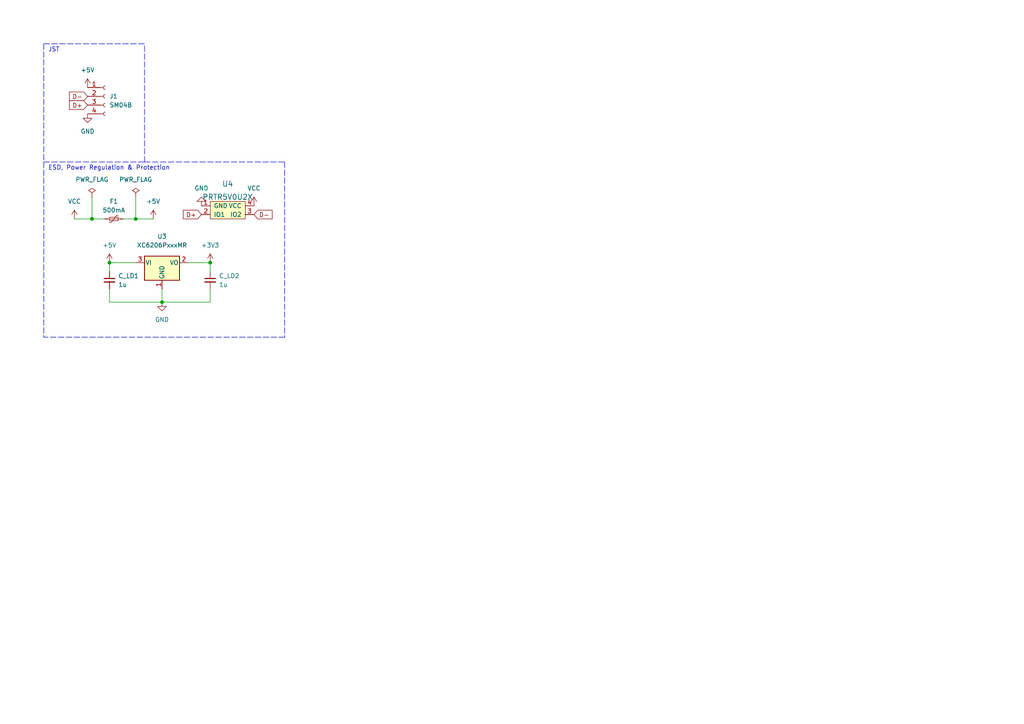
<source format=kicad_sch>
(kicad_sch (version 20211123) (generator eeschema)
  (paper "A4")
  (lib_symbols
    (symbol "Connector:Conn_01x04_Female" (pin_names (offset 1.016) hide)
      (property "Reference" "J" (at 0 5.08 0))
      (property "Value" "Conn_01x04_Female" (at 0 -7.62 0))
      (symbol "Conn_01x04_Female_1_1"
        (arc (start 0 -4.572) (mid -0.508 -5.08) (end 0 -5.588) (stroke (width 0.1524)))
        (arc (start 0 -2.032) (mid -0.508 -2.54) (end 0 -3.048) (stroke (width 0.1524)))
        (polyline (pts (xy -1.27 -5.08) (xy -0.508 -5.08)) (stroke (width 0.1524)))
        (polyline (pts (xy -1.27 -2.54) (xy -0.508 -2.54)) (stroke (width 0.1524)))
        (polyline (pts (xy -1.27 0) (xy -0.508 0)) (stroke (width 0.1524)))
        (polyline (pts (xy -1.27 2.54) (xy -0.508 2.54)) (stroke (width 0.1524)))
        (arc (start 0 0.508) (mid -0.508 0) (end 0 -0.508) (stroke (width 0.1524)))
        (arc (start 0 3.048) (mid -0.508 2.54) (end 0 2.032) (stroke (width 0.1524)))
        (pin passive line (at -5.08 2.54 0) (length 3.81) (name "Pin_1") (number "1"))
        (pin passive line (at -5.08 0 0) (length 3.81) (name "Pin_2") (number "2"))
        (pin passive line (at -5.08 -2.54 0) (length 3.81) (name "Pin_3") (number "3"))
        (pin passive line (at -5.08 -5.08 0) (length 3.81) (name "Pin_4") (number "4"))
      )
    )
    (symbol "Device:C_Small" (pin_numbers hide) (pin_names (offset 0.254) hide)
      (property "Reference" "C" (at 0.254 1.778 0))
      (property "Value" "C_Small" (at 0.254 -2.032 0))
      (symbol "C_Small_0_1"
        (polyline (pts (xy -1.524 -0.508) (xy 1.524 -0.508)) (stroke (width 0.3302)))
        (polyline (pts (xy -1.524 0.508) (xy 1.524 0.508)) (stroke (width 0.3048)))
      )
      (symbol "C_Small_1_1"
        (pin passive line (at 0 2.54 270) (length 2.032) (name "~") (number "1"))
        (pin passive line (at 0 -2.54 90) (length 2.032) (name "~") (number "2"))
      )
    )
    (symbol "Device:Polyfuse_Small" (pin_numbers hide) (pin_names (offset 0))
      (property "Reference" "F" (at -1.905 0 90))
      (property "Value" "Polyfuse_Small" (at 1.905 0 90))
      (symbol "Polyfuse_Small_0_1"
        (rectangle (start -0.508 1.27) (end 0.508 -1.27))
        (polyline (pts (xy 0 2.54) (xy 0 -2.54)))
        (polyline (pts (xy -1.016 1.27) (xy -1.016 0.762) (xy 1.016 -0.762) (xy 1.016 -1.27)))
      )
      (symbol "Polyfuse_Small_1_1"
        (pin passive line (at 0 2.54 270) (length 0.635) (name "~") (number "1"))
        (pin passive line (at 0 -2.54 90) (length 0.635) (name "~") (number "2"))
      )
    )
    (symbol "Regulator_Linear:XC6206PxxxMR" (pin_names (offset 0.254))
      (property "Reference" "U" (at -3.81 3.175 0))
      (property "Value" "XC6206PxxxMR" (at 0 3.175 0))
      (symbol "XC6206PxxxMR_0_1"
        (rectangle (start -5.08 1.905) (end 5.08 -5.08) (stroke (width 0.254)) (fill (type background)))
      )
      (symbol "XC6206PxxxMR_1_1"
        (pin power_in line (at 0 -7.62 90) (length 2.54) (name "GND") (number "1"))
        (pin power_out line (at 7.62 0 180) (length 2.54) (name "VO") (number "2"))
        (pin power_in line (at -7.62 0 0) (length 2.54) (name "VI") (number "3"))
      )
    )
    (symbol "cipulot_parts:PRTR5V0U2X" (pin_names (offset 1.016))
      (property "Reference" "U" (at 0 3.81 0))
      (property "Value" "PRTR5V0U2X" (at 0 -3.81 0))
      (symbol "PRTR5V0U2X_0_1"
        (rectangle (start -5.08 2.54) (end 5.08 -2.54) (fill (type background)))
      )
      (symbol "PRTR5V0U2X_1_1"
        (pin input line (at -7.62 1.27 0) (length 2.54) (name "GND") (number "1"))
        (pin input line (at -7.62 -1.27 0) (length 2.54) (name "IO1") (number "2"))
        (pin input line (at 7.62 -1.27 180) (length 2.54) (name "IO2") (number "3"))
        (pin input line (at 7.62 1.27 180) (length 2.54) (name "VCC") (number "4"))
      )
    )
    (symbol "power:+3V3" (power) (pin_names (offset 0))
      (property "Value" "+3V3" (at 0 3.556 0))
      (symbol "+3V3_0_1"
        (polyline (pts (xy -0.762 1.27) (xy 0 2.54)))
        (polyline (pts (xy 0 0) (xy 0 2.54)))
        (polyline (pts (xy 0 2.54) (xy 0.762 1.27)))
      )
      (symbol "+3V3_1_1"
        (pin power_in line (at 0 0 90) (length 0) hide (name "+3V3") (number "1"))
      )
    )
    (symbol "power:+5V" (power) (pin_names (offset 0))
      (property "Value" "+5V" (at 0 3.556 0))
      (symbol "+5V_0_1"
        (polyline (pts (xy -0.762 1.27) (xy 0 2.54)))
        (polyline (pts (xy 0 0) (xy 0 2.54)))
        (polyline (pts (xy 0 2.54) (xy 0.762 1.27)))
      )
      (symbol "+5V_1_1"
        (pin power_in line (at 0 0 90) (length 0) hide (name "+5V") (number "1"))
      )
    )
    (symbol "power:GND" (power) (pin_names (offset 0))
      (property "Value" "GND" (at 0 -3.81 0))
      (symbol "GND_0_1"
        (polyline (pts (xy 0 0) (xy 0 -1.27) (xy 1.27 -1.27) (xy 0 -2.54) (xy -1.27 -1.27) (xy 0 -1.27)))
      )
      (symbol "GND_1_1"
        (pin power_in line (at 0 0 270) (length 0) hide (name "GND") (number "1"))
      )
    )
    (symbol "power:PWR_FLAG" (power) (pin_numbers hide) (pin_names (offset 0) hide)
      (property "Value" "PWR_FLAG" (at 0 3.81 0))
      (symbol "PWR_FLAG_0_0"
        (pin power_out line (at 0 0 90) (length 0) (name "pwr") (number "1"))
      )
      (symbol "PWR_FLAG_0_1"
        (polyline (pts (xy 0 0) (xy 0 1.27) (xy -1.016 1.905) (xy 0 2.54) (xy 1.016 1.905) (xy 0 1.27)))
      )
    )
    (symbol "power:VCC" (power) (pin_names (offset 0))
      (property "Value" "VCC" (at 0 3.81 0))
      (symbol "VCC_0_1"
        (polyline (pts (xy -0.762 1.27) (xy 0 2.54)))
        (polyline (pts (xy 0 0) (xy 0 2.54)))
        (polyline (pts (xy 0 2.54) (xy 0.762 1.27)))
      )
      (symbol "VCC_1_1"
        (pin power_in line (at 0 0 90) (length 0) hide (name "VCC") (number "1"))
      )
    )
  )
  (junction (at 46.99 87.63))
  (junction (at 39.37 63.5))
  (junction (at 26.67 63.5))
  (junction (at 60.96 76.2))
  (junction (at 31.75 76.2))
  (polyline (pts (xy 82.55 46.99) (xy 82.55 97.79)))
  (wire (pts (xy 26.67 57.15) (xy 26.67 63.5)))
  (polyline (pts (xy 12.7 46.99) (xy 41.91 46.99)))
  (wire (pts (xy 39.37 57.15) (xy 39.37 63.5)))
  (wire (pts (xy 60.96 83.82) (xy 60.96 87.63)))
  (polyline (pts (xy 12.7 46.99) (xy 12.7 97.79)))
  (wire (pts (xy 46.99 83.82) (xy 46.99 87.63)))
  (wire (pts (xy 54.61 76.2) (xy 60.96 76.2)))
  (polyline (pts (xy 82.55 97.79) (xy 12.7 97.79)))
  (wire (pts (xy 39.37 63.5) (xy 44.45 63.5)))
  (polyline (pts (xy 12.7 12.7) (xy 12.7 46.99)))
  (wire (pts (xy 60.96 78.74) (xy 60.96 76.2)))
  (wire (pts (xy 31.75 83.82) (xy 31.75 87.63)))
  (polyline (pts (xy 12.7 12.7) (xy 41.91 12.7)))
  (wire (pts (xy 46.99 87.63) (xy 60.96 87.63)))
  (polyline (pts (xy 41.91 46.99) (xy 41.91 12.7)))
  (wire (pts (xy 35.56 63.5) (xy 39.37 63.5)))
  (wire (pts (xy 39.37 76.2) (xy 31.75 76.2)))
  (polyline (pts (xy 41.91 46.99) (xy 82.55 46.99)))
  (wire (pts (xy 21.59 63.5) (xy 26.67 63.5)))
  (wire (pts (xy 26.67 63.5) (xy 30.48 63.5)))
  (wire (pts (xy 31.75 87.63) (xy 46.99 87.63)))
  (wire (pts (xy 31.75 76.2) (xy 31.75 78.74)))
  (text "ESD, Power Regulation & Protection\n" (at 13.97 49.53 0) (effects (font (size 1.27 1.27)) (justify left bottom)))
  (text "JST\n" (at 13.97 15.24 0) (effects (font (size 1.27 1.27)) (justify left bottom)))
  (global_label "D+" (shape input) (at 58.42 62.23 180) (property "Intersheet References" "${INTERSHEET_REFS}" (effects hide)))
  (global_label "D-" (shape input) (at 73.66 62.23 0) (property "Intersheet References" "${INTERSHEET_REFS}" (effects hide)))
  (global_label "D-" (shape input) (at 25.4 27.94 180) (property "Intersheet References" "${INTERSHEET_REFS}" (effects hide)))
  (global_label "D+" (shape input) (at 25.4 30.48 180) (property "Intersheet References" "${INTERSHEET_REFS}" (effects hide)))
  (symbol (lib_id "power:+5V") (at 31.75 76.2 0) (unit 1)
    (property "Reference" "#PWR0123" (effects hide))
    (property "Value" "+5V" (at 31.75 71.12 0))
  )
  (symbol (lib_id "Connector:Conn_01x04_Female") (at 30.48 27.94 0) (unit 1)
    (property "Reference" "J1" (at 31.75 27.9399 0) (effects (justify left)))
    (property "Value" "SM04B" (at 31.75 30.4799 0) (effects (justify left)))
    (property "Footprint" "Connector_JST:JST_SH_SM04B-SRSS-TB_1x04-1MP_P1.00mm_Horizontal" (effects hide))
  )
  (symbol (lib_id "Device:C_Small") (at 31.75 81.28 0) (unit 1)
    (property "Reference" "C_LD1" (at 34.29 80.0162 0) (effects (justify left)))
    (property "Value" "1u" (at 34.29 82.5562 0) (effects (justify left)))
    (property "Footprint" "Capacitor_SMD:C_0402_1005Metric" (effects hide))
  )
  (symbol (lib_id "power:PWR_FLAG") (at 26.67 57.15 0) (unit 1)
    (property "Reference" "#FLG0101" (effects hide))
    (property "Value" "PWR_FLAG" (at 26.67 52.07 0))
  )
  (symbol (lib_id "power:VCC") (at 73.66 59.69 0) (unit 1)
    (property "Reference" "#PWR0119" (effects hide))
    (property "Value" "VCC" (at 73.66 54.61 0))
  )
  (symbol (lib_id "power:GND") (at 58.42 59.69 180) (unit 1)
    (property "Reference" "#PWR0118" (effects hide))
    (property "Value" "GND" (at 58.42 54.61 0))
  )
  (symbol (lib_id "power:+5V") (at 44.45 63.5 0) (unit 1)
    (property "Reference" "#PWR0124" (effects hide))
    (property "Value" "+5V" (at 44.45 58.42 0))
  )
  (symbol (lib_id "Device:C_Small") (at 60.96 81.28 0) (unit 1)
    (property "Reference" "C_LD2" (at 63.5 80.0162 0) (effects (justify left)))
    (property "Value" "1u" (at 63.5 82.5562 0) (effects (justify left)))
    (property "Footprint" "Capacitor_SMD:C_0402_1005Metric" (effects hide))
  )
  (symbol (lib_id "power:GND") (at 25.4 33.02 0) (unit 1)
    (property "Reference" "#PWR0125" (effects hide))
    (property "Value" "GND" (at 25.4 38.1 0))
  )
  (symbol (lib_id "power:GND") (at 46.99 87.63 0) (unit 1)
    (property "Reference" "#PWR0120" (effects hide))
    (property "Value" "GND" (at 46.99 92.71 0))
  )
  (symbol (lib_id "power:+3V3") (at 60.96 76.2 0) (unit 1)
    (property "Reference" "#PWR0121" (effects hide))
    (property "Value" "+3V3" (at 60.96 71.12 0))
  )
  (symbol (lib_id "cipulot_parts:PRTR5V0U2X") (at 66.04 60.96 0) (unit 1)
    (property "Reference" "U4" (at 66.04 53.34 0) (effects (font (size 1.524 1.524))))
    (property "Value" "PRTR5V0U2X" (at 66.04 57.15 0) (effects (font (size 1.524 1.524))))
    (property "Footprint" "random-keyboard-parts:SOT143B" (effects hide))
  )
  (symbol (lib_id "Regulator_Linear:XC6206PxxxMR") (at 46.99 76.2 0) (unit 1)
    (property "Reference" "U3" (at 46.99 68.58 0))
    (property "Value" "XC6206PxxxMR" (at 46.99 71.12 0))
    (property "Footprint" "Package_TO_SOT_SMD:SOT-23" (effects hide))
    (property "Datasheet" "https://www.torexsemi.com/file/xc6206/XC6206.pdf" (effects hide))
  )
  (symbol (lib_id "power:+5V") (at 25.4 25.4 0) (unit 1)
    (property "Reference" "#PWR0126" (effects hide))
    (property "Value" "+5V" (at 25.4 20.32 0))
  )
  (symbol (lib_id "Device:Polyfuse_Small") (at 33.02 63.5 90) (unit 1)
    (property "Reference" "F1" (at 33.02 58.42 90))
    (property "Value" "500mA" (at 33.02 60.96 90))
    (property "Footprint" "Fuse:Fuse_0805_2012Metric" (effects hide))
  )
  (symbol (lib_id "power:PWR_FLAG") (at 39.37 57.15 0) (unit 1)
    (property "Reference" "#FLG0102" (effects hide))
    (property "Value" "PWR_FLAG" (at 39.37 52.07 0))
  )
  (symbol (lib_id "power:VCC") (at 21.59 63.5 0) (unit 1)
    (property "Reference" "#PWR0122" (effects hide))
    (property "Value" "VCC" (at 21.59 58.42 0))
  )
)
</source>
